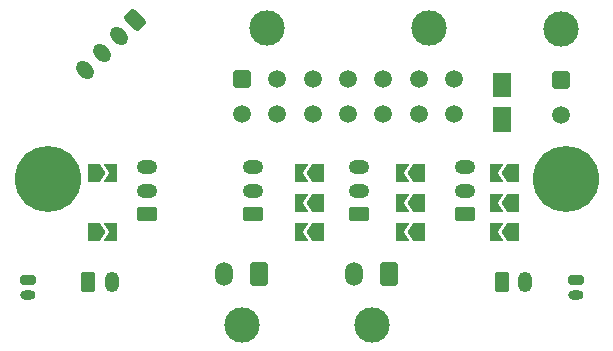
<source format=gbr>
%TF.GenerationSoftware,KiCad,Pcbnew,7.0.5*%
%TF.CreationDate,2023-07-25T09:46:54+02:00*%
%TF.ProjectId,XOL Breakout,584f4c20-4272-4656-916b-6f75742e6b69,rev?*%
%TF.SameCoordinates,Original*%
%TF.FileFunction,Soldermask,Bot*%
%TF.FilePolarity,Negative*%
%FSLAX46Y46*%
G04 Gerber Fmt 4.6, Leading zero omitted, Abs format (unit mm)*
G04 Created by KiCad (PCBNEW 7.0.5) date 2023-07-25 09:46:54*
%MOMM*%
%LPD*%
G01*
G04 APERTURE LIST*
G04 Aperture macros list*
%AMRoundRect*
0 Rectangle with rounded corners*
0 $1 Rounding radius*
0 $2 $3 $4 $5 $6 $7 $8 $9 X,Y pos of 4 corners*
0 Add a 4 corners polygon primitive as box body*
4,1,4,$2,$3,$4,$5,$6,$7,$8,$9,$2,$3,0*
0 Add four circle primitives for the rounded corners*
1,1,$1+$1,$2,$3*
1,1,$1+$1,$4,$5*
1,1,$1+$1,$6,$7*
1,1,$1+$1,$8,$9*
0 Add four rect primitives between the rounded corners*
20,1,$1+$1,$2,$3,$4,$5,0*
20,1,$1+$1,$4,$5,$6,$7,0*
20,1,$1+$1,$6,$7,$8,$9,0*
20,1,$1+$1,$8,$9,$2,$3,0*%
%AMHorizOval*
0 Thick line with rounded ends*
0 $1 width*
0 $2 $3 position (X,Y) of the first rounded end (center of the circle)*
0 $4 $5 position (X,Y) of the second rounded end (center of the circle)*
0 Add line between two ends*
20,1,$1,$2,$3,$4,$5,0*
0 Add two circle primitives to create the rounded ends*
1,1,$1,$2,$3*
1,1,$1,$4,$5*%
%AMFreePoly0*
4,1,6,1.000000,0.000000,0.500000,-0.750000,-0.500000,-0.750000,-0.500000,0.750000,0.500000,0.750000,1.000000,0.000000,1.000000,0.000000,$1*%
%AMFreePoly1*
4,1,6,0.500000,-0.750000,-0.650000,-0.750000,-0.150000,0.000000,-0.650000,0.750000,0.500000,0.750000,0.500000,-0.750000,0.500000,-0.750000,$1*%
G04 Aperture macros list end*
%ADD10C,3.000000*%
%ADD11RoundRect,0.250001X0.499999X0.759999X-0.499999X0.759999X-0.499999X-0.759999X0.499999X-0.759999X0*%
%ADD12O,1.500000X2.020000*%
%ADD13RoundRect,0.250000X-0.350000X-0.625000X0.350000X-0.625000X0.350000X0.625000X-0.350000X0.625000X0*%
%ADD14O,1.200000X1.750000*%
%ADD15C,5.600000*%
%ADD16RoundRect,0.250000X-0.194454X0.689429X-0.689429X0.194454X0.194454X-0.689429X0.689429X-0.194454X0*%
%ADD17HorizOval,1.200000X-0.194454X0.194454X0.194454X-0.194454X0*%
%ADD18RoundRect,0.250000X0.625000X-0.350000X0.625000X0.350000X-0.625000X0.350000X-0.625000X-0.350000X0*%
%ADD19O,1.750000X1.200000*%
%ADD20RoundRect,0.250001X-0.499999X-0.499999X0.499999X-0.499999X0.499999X0.499999X-0.499999X0.499999X0*%
%ADD21C,1.500000*%
%ADD22RoundRect,0.200000X-0.450000X0.200000X-0.450000X-0.200000X0.450000X-0.200000X0.450000X0.200000X0*%
%ADD23O,1.300000X0.800000*%
%ADD24R,1.500000X1.500000*%
%ADD25FreePoly0,90.000000*%
%ADD26FreePoly0,270.000000*%
%ADD27FreePoly0,0.000000*%
%ADD28FreePoly1,0.000000*%
%ADD29FreePoly0,180.000000*%
%ADD30FreePoly1,180.000000*%
G04 APERTURE END LIST*
D10*
%TO.C,TH0*%
X105500000Y-112350000D03*
D11*
X107000000Y-108030000D03*
D12*
X104000000Y-108030000D03*
%TD*%
D13*
%TO.C,PCF2*%
X81498263Y-108736417D03*
D14*
X83498263Y-108736417D03*
%TD*%
D15*
%TO.C,H1*%
X78075000Y-100000000D03*
%TD*%
D16*
%TO.C,ESTEP1*%
X85500000Y-86500000D03*
D17*
X84085786Y-87914214D03*
X82671573Y-89328427D03*
X81257359Y-90742641D03*
%TD*%
D18*
%TO.C,HEF1*%
X104450000Y-103000000D03*
D19*
X104450000Y-101000000D03*
X104450000Y-99000000D03*
%TD*%
D15*
%TO.C,H2*%
X121925000Y-100000000D03*
%TD*%
D13*
%TO.C,PCF1*%
X116500000Y-108700000D03*
D14*
X118500000Y-108700000D03*
%TD*%
D18*
%TO.C,LED1*%
X95450000Y-103000000D03*
D19*
X95450000Y-101000000D03*
X95450000Y-99000000D03*
%TD*%
D10*
%TO.C,MCU1*%
X96660000Y-87180000D03*
X110360000Y-87180000D03*
D20*
X94500000Y-91500000D03*
D21*
X97500000Y-91500000D03*
X100500000Y-91500000D03*
X103500000Y-91500000D03*
X106500000Y-91500000D03*
X109500000Y-91500000D03*
X112500000Y-91500000D03*
X94500000Y-94500000D03*
X97500000Y-94500000D03*
X100500000Y-94500000D03*
X103500000Y-94500000D03*
X106500000Y-94500000D03*
X109500000Y-94500000D03*
X112500000Y-94500000D03*
%TD*%
D10*
%TO.C,HE0*%
X94500000Y-112350000D03*
D11*
X96000000Y-108030000D03*
D12*
X93000000Y-108030000D03*
%TD*%
D22*
%TO.C,PCF3*%
X122781785Y-108536417D03*
D23*
X122781785Y-109786417D03*
%TD*%
D18*
%TO.C,PROBE1*%
X86450000Y-103000000D03*
D19*
X86450000Y-101000000D03*
X86450000Y-99000000D03*
%TD*%
D18*
%TO.C,FS1*%
X113450000Y-103000000D03*
D19*
X113450000Y-101000000D03*
X113450000Y-99000000D03*
%TD*%
D22*
%TO.C,PCF4*%
X76427718Y-108576964D03*
D23*
X76427718Y-109826964D03*
%TD*%
D10*
%TO.C,MCU2*%
X121500000Y-87265000D03*
D20*
X121500000Y-91585000D03*
D21*
X121500000Y-94585000D03*
%TD*%
D24*
%TO.C,JP1*%
X116500000Y-94700000D03*
X116500000Y-92300000D03*
D25*
X116500000Y-95500000D03*
D26*
X116500000Y-91500000D03*
%TD*%
D27*
%TO.C,JP8*%
X82000000Y-99500000D03*
D28*
X83450000Y-99500000D03*
%TD*%
D29*
%TO.C,JP11*%
X117450000Y-99500000D03*
D30*
X116000000Y-99500000D03*
%TD*%
D29*
%TO.C,JP4*%
X109500000Y-104500000D03*
D30*
X108050000Y-104500000D03*
%TD*%
D29*
%TO.C,JP7*%
X101000000Y-104500000D03*
D30*
X99550000Y-104500000D03*
%TD*%
D29*
%TO.C,JP5*%
X101000000Y-99500000D03*
D30*
X99550000Y-99500000D03*
%TD*%
D29*
%TO.C,JP3*%
X109500000Y-102000000D03*
D30*
X108050000Y-102000000D03*
%TD*%
D29*
%TO.C,JP6*%
X101000000Y-102000000D03*
D30*
X99550000Y-102000000D03*
%TD*%
D27*
%TO.C,JP10*%
X82000000Y-104500000D03*
D28*
X83450000Y-104500000D03*
%TD*%
D29*
%TO.C,JP13*%
X117450000Y-104500000D03*
D30*
X116000000Y-104500000D03*
%TD*%
D29*
%TO.C,JP2*%
X109500000Y-99500000D03*
D30*
X108050000Y-99500000D03*
%TD*%
D29*
%TO.C,JP12*%
X117450000Y-102000000D03*
D30*
X116000000Y-102000000D03*
%TD*%
M02*

</source>
